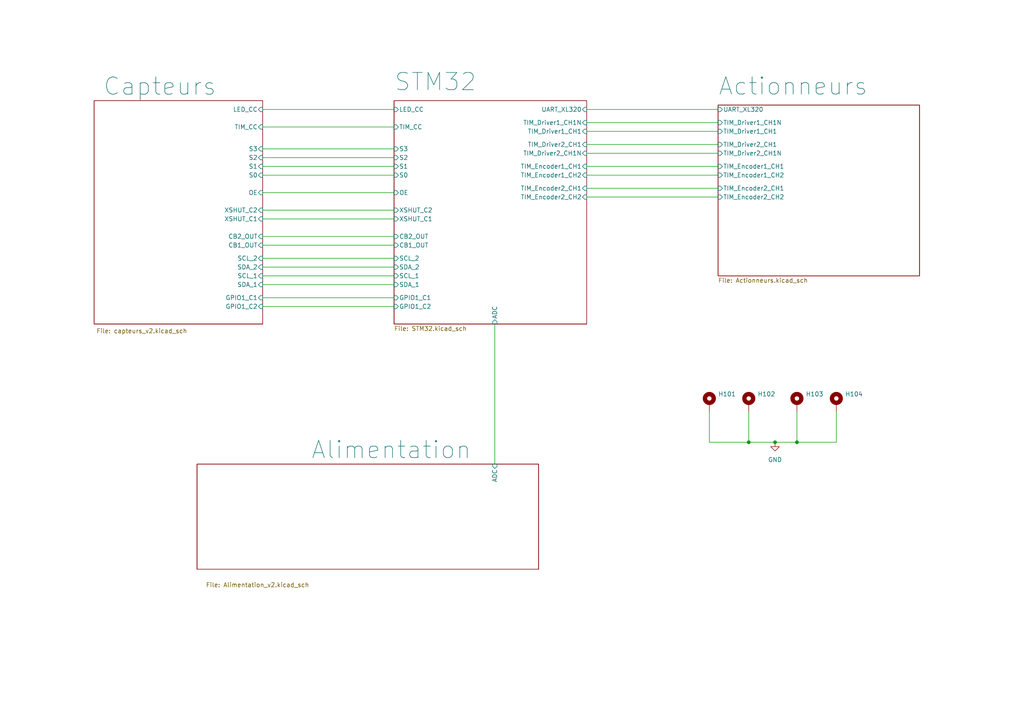
<source format=kicad_sch>
(kicad_sch (version 20211123) (generator eeschema)

  (uuid 0bb0216c-212e-49c4-bd5a-04e60c7e2d64)

  (paper "A4")

  (title_block
    (title "Schéma projet Robot")
    (date "2022-10-04")
    (rev "Version 1.1")
    (comment 1 "Chelsea COMLAN")
    (comment 2 "Alix HAVRET")
    (comment 3 "Loïcia KOEHL")
    (comment 4 "Quentin SIMON")
  )

  (lib_symbols
    (symbol "Mechanical:MountingHole_Pad" (pin_numbers hide) (pin_names (offset 1.016) hide) (in_bom yes) (on_board yes)
      (property "Reference" "H" (id 0) (at 0 6.35 0)
        (effects (font (size 1.27 1.27)))
      )
      (property "Value" "MountingHole_Pad" (id 1) (at 0 4.445 0)
        (effects (font (size 1.27 1.27)))
      )
      (property "Footprint" "" (id 2) (at 0 0 0)
        (effects (font (size 1.27 1.27)) hide)
      )
      (property "Datasheet" "~" (id 3) (at 0 0 0)
        (effects (font (size 1.27 1.27)) hide)
      )
      (property "ki_keywords" "mounting hole" (id 4) (at 0 0 0)
        (effects (font (size 1.27 1.27)) hide)
      )
      (property "ki_description" "Mounting Hole with connection" (id 5) (at 0 0 0)
        (effects (font (size 1.27 1.27)) hide)
      )
      (property "ki_fp_filters" "MountingHole*Pad*" (id 6) (at 0 0 0)
        (effects (font (size 1.27 1.27)) hide)
      )
      (symbol "MountingHole_Pad_0_1"
        (circle (center 0 1.27) (radius 1.27)
          (stroke (width 1.27) (type default) (color 0 0 0 0))
          (fill (type none))
        )
      )
      (symbol "MountingHole_Pad_1_1"
        (pin input line (at 0 -2.54 90) (length 2.54)
          (name "1" (effects (font (size 1.27 1.27))))
          (number "1" (effects (font (size 1.27 1.27))))
        )
      )
    )
    (symbol "power:GND" (power) (pin_names (offset 0)) (in_bom yes) (on_board yes)
      (property "Reference" "#PWR" (id 0) (at 0 -6.35 0)
        (effects (font (size 1.27 1.27)) hide)
      )
      (property "Value" "GND" (id 1) (at 0 -3.81 0)
        (effects (font (size 1.27 1.27)))
      )
      (property "Footprint" "" (id 2) (at 0 0 0)
        (effects (font (size 1.27 1.27)) hide)
      )
      (property "Datasheet" "" (id 3) (at 0 0 0)
        (effects (font (size 1.27 1.27)) hide)
      )
      (property "ki_keywords" "power-flag" (id 4) (at 0 0 0)
        (effects (font (size 1.27 1.27)) hide)
      )
      (property "ki_description" "Power symbol creates a global label with name \"GND\" , ground" (id 5) (at 0 0 0)
        (effects (font (size 1.27 1.27)) hide)
      )
      (symbol "GND_0_1"
        (polyline
          (pts
            (xy 0 0)
            (xy 0 -1.27)
            (xy 1.27 -1.27)
            (xy 0 -2.54)
            (xy -1.27 -1.27)
            (xy 0 -1.27)
          )
          (stroke (width 0) (type default) (color 0 0 0 0))
          (fill (type none))
        )
      )
      (symbol "GND_1_1"
        (pin power_in line (at 0 0 270) (length 0) hide
          (name "GND" (effects (font (size 1.27 1.27))))
          (number "1" (effects (font (size 1.27 1.27))))
        )
      )
    )
  )

  (junction (at 224.79 128.27) (diameter 0) (color 0 0 0 0)
    (uuid 0dbce47c-ccc6-4a70-b182-ced37c0cb53b)
  )
  (junction (at 231.14 128.27) (diameter 0) (color 0 0 0 0)
    (uuid 667066ab-dd56-4afd-ab22-1dd2648b92b0)
  )
  (junction (at 217.17 128.27) (diameter 0) (color 0 0 0 0)
    (uuid 69d260f1-2619-4dc7-8c22-a62990a63082)
  )

  (wire (pts (xy 217.17 128.27) (xy 224.79 128.27))
    (stroke (width 0) (type default) (color 0 0 0 0))
    (uuid 021f0f70-5e2b-43c7-b2c2-b838c96fb98d)
  )
  (wire (pts (xy 170.18 38.1) (xy 208.28 38.1))
    (stroke (width 0) (type default) (color 0 0 0 0))
    (uuid 042f8d3d-81f2-4b37-90fe-a2ac4446be6d)
  )
  (wire (pts (xy 76.2 45.72) (xy 114.3 45.72))
    (stroke (width 0) (type default) (color 0 0 0 0))
    (uuid 0ba3651e-8fe7-43d9-b375-cc3945fe3b44)
  )
  (wire (pts (xy 76.2 82.55) (xy 114.3 82.55))
    (stroke (width 0) (type default) (color 0 0 0 0))
    (uuid 14f32e6c-4468-437c-b01a-c98ffcbe9944)
  )
  (wire (pts (xy 170.18 35.56) (xy 208.28 35.56))
    (stroke (width 0) (type default) (color 0 0 0 0))
    (uuid 177e0c77-e860-4297-91cf-86cb3995ff7c)
  )
  (wire (pts (xy 76.2 63.5) (xy 114.3 63.5))
    (stroke (width 0) (type default) (color 0 0 0 0))
    (uuid 198fc85d-42e2-4b89-9590-f2b5af3ac7e1)
  )
  (wire (pts (xy 76.2 50.8) (xy 114.3 50.8))
    (stroke (width 0) (type default) (color 0 0 0 0))
    (uuid 22d28809-f178-4e42-a7c1-94c54e4a490b)
  )
  (wire (pts (xy 76.2 60.96) (xy 114.3 60.96))
    (stroke (width 0) (type default) (color 0 0 0 0))
    (uuid 2f2a3f3c-f51b-418b-8e9d-37cb48052afc)
  )
  (wire (pts (xy 217.17 119.38) (xy 217.17 128.27))
    (stroke (width 0) (type default) (color 0 0 0 0))
    (uuid 35359446-dbb7-4535-b9c4-2765574f7ec6)
  )
  (wire (pts (xy 224.79 128.27) (xy 231.14 128.27))
    (stroke (width 0) (type default) (color 0 0 0 0))
    (uuid 36055eec-6258-4807-86d7-b1bfb87f95bb)
  )
  (wire (pts (xy 170.18 44.45) (xy 208.28 44.45))
    (stroke (width 0) (type default) (color 0 0 0 0))
    (uuid 51a42ed2-44f6-4635-95f3-40fa45dd17c9)
  )
  (wire (pts (xy 170.18 41.91) (xy 208.28 41.91))
    (stroke (width 0) (type default) (color 0 0 0 0))
    (uuid 52ae74e4-4af5-4d98-a97c-668872d5eb5f)
  )
  (wire (pts (xy 170.18 54.61) (xy 208.28 54.61))
    (stroke (width 0) (type default) (color 0 0 0 0))
    (uuid 64bd6848-d50b-48d9-a726-35ae019ec41e)
  )
  (wire (pts (xy 76.2 74.93) (xy 114.3 74.93))
    (stroke (width 0) (type default) (color 0 0 0 0))
    (uuid 683502b7-d184-487e-8899-76dea90b5cb8)
  )
  (wire (pts (xy 170.18 50.8) (xy 208.28 50.8))
    (stroke (width 0) (type default) (color 0 0 0 0))
    (uuid 72de7bf5-8d12-4ab4-b135-62a55d5cddee)
  )
  (wire (pts (xy 231.14 128.27) (xy 242.57 128.27))
    (stroke (width 0) (type default) (color 0 0 0 0))
    (uuid 736db00e-c8c8-443b-a2b3-36874875a486)
  )
  (wire (pts (xy 231.14 128.27) (xy 231.14 119.38))
    (stroke (width 0) (type default) (color 0 0 0 0))
    (uuid 7bd44d5a-b83a-4ce5-a013-c49c40df0a62)
  )
  (wire (pts (xy 170.18 31.75) (xy 208.28 31.75))
    (stroke (width 0) (type default) (color 0 0 0 0))
    (uuid 84d3b313-2430-4681-8d2a-1482cdc535b5)
  )
  (wire (pts (xy 76.2 86.36) (xy 114.3 86.36))
    (stroke (width 0) (type default) (color 0 0 0 0))
    (uuid 86fe52a8-b920-4eea-9587-5e202f1a5adf)
  )
  (wire (pts (xy 170.18 57.15) (xy 208.28 57.15))
    (stroke (width 0) (type default) (color 0 0 0 0))
    (uuid 8e1b8073-20de-4f84-9665-7fad1abb5f6c)
  )
  (wire (pts (xy 76.2 55.88) (xy 114.3 55.88))
    (stroke (width 0) (type default) (color 0 0 0 0))
    (uuid 9040e12d-6438-42ce-8e9d-00fb0d5fc88d)
  )
  (wire (pts (xy 76.2 71.12) (xy 114.3 71.12))
    (stroke (width 0) (type default) (color 0 0 0 0))
    (uuid 923d6384-55a8-41db-9723-e369e9f93ad6)
  )
  (wire (pts (xy 76.2 68.58) (xy 114.3 68.58))
    (stroke (width 0) (type default) (color 0 0 0 0))
    (uuid 93ca62ff-9f93-41d2-a320-54c9645dcd61)
  )
  (wire (pts (xy 76.2 48.26) (xy 114.3 48.26))
    (stroke (width 0) (type default) (color 0 0 0 0))
    (uuid b445341b-5c1c-40a6-be4d-e590e017c7df)
  )
  (wire (pts (xy 205.74 128.27) (xy 217.17 128.27))
    (stroke (width 0) (type default) (color 0 0 0 0))
    (uuid bf1a2a7a-1603-4ab4-8249-2e94b2f51bac)
  )
  (wire (pts (xy 76.2 88.9) (xy 114.3 88.9))
    (stroke (width 0) (type default) (color 0 0 0 0))
    (uuid c518f6a5-83e4-45d7-baf4-a335cf90d737)
  )
  (wire (pts (xy 76.2 77.47) (xy 114.3 77.47))
    (stroke (width 0) (type default) (color 0 0 0 0))
    (uuid c8fe93d8-53e8-4fde-bc8f-4e202f099df4)
  )
  (wire (pts (xy 143.51 93.98) (xy 143.51 134.62))
    (stroke (width 0) (type default) (color 0 0 0 0))
    (uuid c9372443-8534-444b-89a6-c3bd1f910b4e)
  )
  (wire (pts (xy 76.2 80.01) (xy 114.3 80.01))
    (stroke (width 0) (type default) (color 0 0 0 0))
    (uuid dcdcd25c-7792-4abf-9a40-5d8d642afbb9)
  )
  (wire (pts (xy 76.2 36.83) (xy 114.3 36.83))
    (stroke (width 0) (type default) (color 0 0 0 0))
    (uuid dfcee1ab-cd4a-4e67-bb5e-9fa1f76982e3)
  )
  (wire (pts (xy 242.57 128.27) (xy 242.57 119.38))
    (stroke (width 0) (type default) (color 0 0 0 0))
    (uuid e164d221-bd3a-4320-859e-975f29f7f70b)
  )
  (wire (pts (xy 205.74 119.38) (xy 205.74 128.27))
    (stroke (width 0) (type default) (color 0 0 0 0))
    (uuid f075c8e3-165f-4d1d-b7bd-3a42ac2f2df8)
  )
  (wire (pts (xy 170.18 48.26) (xy 208.28 48.26))
    (stroke (width 0) (type default) (color 0 0 0 0))
    (uuid f4ccf6df-5b99-4300-ac81-c26ca25bac32)
  )
  (wire (pts (xy 76.2 43.18) (xy 114.3 43.18))
    (stroke (width 0) (type default) (color 0 0 0 0))
    (uuid f5c6f437-659a-4aad-bca6-2834f749af72)
  )
  (wire (pts (xy 76.2 31.75) (xy 114.3 31.75))
    (stroke (width 0) (type default) (color 0 0 0 0))
    (uuid fed69dff-493f-41f2-99d0-b97932c45383)
  )

  (symbol (lib_id "Mechanical:MountingHole_Pad") (at 231.14 116.84 0) (unit 1)
    (in_bom yes) (on_board yes)
    (uuid 25b6d73b-440d-422a-b38b-dc4240ba1353)
    (property "Reference" "H103" (id 0) (at 233.68 114.2999 0)
      (effects (font (size 1.27 1.27)) (justify left))
    )
    (property "Value" "MountingHole_Pad" (id 1) (at 233.68 116.84 0)
      (effects (font (size 1.27 1.27)) (justify left) hide)
    )
    (property "Footprint" "MountingHole:MountingHole_3.2mm_M3_Pad_Via" (id 2) (at 231.14 116.84 0)
      (effects (font (size 1.27 1.27)) hide)
    )
    (property "Datasheet" "~" (id 3) (at 231.14 116.84 0)
      (effects (font (size 1.27 1.27)) hide)
    )
    (pin "1" (uuid af4de8cc-e787-44db-8ce1-32976e17e867))
  )

  (symbol (lib_id "Mechanical:MountingHole_Pad") (at 205.74 116.84 0) (unit 1)
    (in_bom yes) (on_board yes) (fields_autoplaced)
    (uuid 2deb052a-c963-49b6-bfe3-dcd5de1eca5e)
    (property "Reference" "H101" (id 0) (at 208.28 114.2999 0)
      (effects (font (size 1.27 1.27)) (justify left))
    )
    (property "Value" "MountingHole_Pad" (id 1) (at 208.28 116.8399 0)
      (effects (font (size 1.27 1.27)) (justify left) hide)
    )
    (property "Footprint" "MountingHole:MountingHole_3.2mm_M3_Pad_Via" (id 2) (at 205.74 116.84 0)
      (effects (font (size 1.27 1.27)) hide)
    )
    (property "Datasheet" "~" (id 3) (at 205.74 116.84 0)
      (effects (font (size 1.27 1.27)) hide)
    )
    (pin "1" (uuid 0dcf55a9-6830-45da-8435-1d9a94759f22))
  )

  (symbol (lib_id "Mechanical:MountingHole_Pad") (at 217.17 116.84 0) (unit 1)
    (in_bom yes) (on_board yes) (fields_autoplaced)
    (uuid 46510c3a-9ed7-4a8c-a08a-9b9e278445e0)
    (property "Reference" "H102" (id 0) (at 219.71 114.2999 0)
      (effects (font (size 1.27 1.27)) (justify left))
    )
    (property "Value" "MountingHole_Pad" (id 1) (at 219.71 116.8399 0)
      (effects (font (size 1.27 1.27)) (justify left) hide)
    )
    (property "Footprint" "MountingHole:MountingHole_3.2mm_M3_Pad_Via" (id 2) (at 217.17 116.84 0)
      (effects (font (size 1.27 1.27)) hide)
    )
    (property "Datasheet" "~" (id 3) (at 217.17 116.84 0)
      (effects (font (size 1.27 1.27)) hide)
    )
    (pin "1" (uuid 3997a982-331e-47cf-96c7-454837d060c7))
  )

  (symbol (lib_id "power:GND") (at 224.79 128.27 0) (unit 1)
    (in_bom yes) (on_board yes) (fields_autoplaced)
    (uuid dba82e45-e286-41c9-a0b9-3946c1a275e2)
    (property "Reference" "#PWR0101" (id 0) (at 224.79 134.62 0)
      (effects (font (size 1.27 1.27)) hide)
    )
    (property "Value" "GND" (id 1) (at 224.79 133.35 0))
    (property "Footprint" "" (id 2) (at 224.79 128.27 0)
      (effects (font (size 1.27 1.27)) hide)
    )
    (property "Datasheet" "" (id 3) (at 224.79 128.27 0)
      (effects (font (size 1.27 1.27)) hide)
    )
    (pin "1" (uuid b16907ae-c1af-4f92-ba04-e675781e9ac0))
  )

  (symbol (lib_id "Mechanical:MountingHole_Pad") (at 242.57 116.84 0) (unit 1)
    (in_bom yes) (on_board yes) (fields_autoplaced)
    (uuid eaeb5c25-3398-45ac-9652-143205e143f2)
    (property "Reference" "H104" (id 0) (at 245.11 114.2999 0)
      (effects (font (size 1.27 1.27)) (justify left))
    )
    (property "Value" "MountingHole_Pad" (id 1) (at 245.11 116.8399 0)
      (effects (font (size 1.27 1.27)) (justify left) hide)
    )
    (property "Footprint" "MountingHole:MountingHole_3.2mm_M3_Pad_Via" (id 2) (at 242.57 116.84 0)
      (effects (font (size 1.27 1.27)) hide)
    )
    (property "Datasheet" "~" (id 3) (at 242.57 116.84 0)
      (effects (font (size 1.27 1.27)) hide)
    )
    (pin "1" (uuid 2d61c9f3-2f19-45a1-94a6-f78f01172b54))
  )

  (sheet (at 27.305 29.21) (size 48.895 64.77)
    (stroke (width 0.1524) (type solid) (color 0 0 0 0))
    (fill (color 0 0 0 0.0000))
    (uuid 198bc615-46ce-45c0-92d6-40babd4f8d03)
    (property "Sheet name" "Capteurs" (id 0) (at 29.845 27.94 0)
      (effects (font (size 5 5)) (justify left bottom))
    )
    (property "Sheet file" "capteurs_v2.kicad_sch" (id 1) (at 27.94 95.25 0)
      (effects (font (size 1.27 1.27)) (justify left top))
    )
    (pin "GPIO1_C2" input (at 76.2 88.9 0)
      (effects (font (size 1.27 1.27)) (justify right))
      (uuid c1434fec-cf74-49e9-9f4a-e6b8c0843656)
    )
    (pin "GPIO1_C1" input (at 76.2 86.36 0)
      (effects (font (size 1.27 1.27)) (justify right))
      (uuid 57028b76-69de-448d-8b4d-d83442af950e)
    )
    (pin "SDA_2" input (at 76.2 77.47 0)
      (effects (font (size 1.27 1.27)) (justify right))
      (uuid de591873-4589-4f4b-87e1-7f23bcbf82ef)
    )
    (pin "SCL_2" input (at 76.2 74.93 0)
      (effects (font (size 1.27 1.27)) (justify right))
      (uuid 0be3be53-557b-4a7b-aa06-968409546b54)
    )
    (pin "SCL_1" input (at 76.2 80.01 0)
      (effects (font (size 1.27 1.27)) (justify right))
      (uuid e6faa5ce-667f-419f-a48f-febfaf5b300a)
    )
    (pin "SDA_1" input (at 76.2 82.55 0)
      (effects (font (size 1.27 1.27)) (justify right))
      (uuid 890dd608-9a71-440f-b3a8-c59e5f2360d4)
    )
    (pin "CB1_OUT" input (at 76.2 71.12 0)
      (effects (font (size 1.27 1.27)) (justify right))
      (uuid d8d0012f-8404-487f-81d7-2e0d89aabd3a)
    )
    (pin "CB2_OUT" input (at 76.2 68.58 0)
      (effects (font (size 1.27 1.27)) (justify right))
      (uuid 0bc306ad-8bc7-4810-b026-98ec57815658)
    )
    (pin "XSHUT_C1" input (at 76.2 63.5 0)
      (effects (font (size 1.27 1.27)) (justify right))
      (uuid 4aae84f2-8a52-46f7-955e-657af7ca6466)
    )
    (pin "XSHUT_C2" input (at 76.2 60.96 0)
      (effects (font (size 1.27 1.27)) (justify right))
      (uuid 9532bb39-3399-4191-9e06-ccfae2e70af7)
    )
    (pin "OE" input (at 76.2 55.88 0)
      (effects (font (size 1.27 1.27)) (justify right))
      (uuid c8895726-4406-48ce-a4f3-d9b65aff1723)
    )
    (pin "S3" input (at 76.2 43.18 0)
      (effects (font (size 1.27 1.27)) (justify right))
      (uuid 27d2618c-f9bd-4e1a-92ee-89d65d756598)
    )
    (pin "S1" input (at 76.2 48.26 0)
      (effects (font (size 1.27 1.27)) (justify right))
      (uuid 45d12ab3-a387-4925-a6a0-f2c5d363007f)
    )
    (pin "S2" input (at 76.2 45.72 0)
      (effects (font (size 1.27 1.27)) (justify right))
      (uuid 723138b7-b1f8-460a-9a31-01b95057bb88)
    )
    (pin "S0" input (at 76.2 50.8 0)
      (effects (font (size 1.27 1.27)) (justify right))
      (uuid 03ec0392-4e39-42fa-a651-c4413a3df2b2)
    )
    (pin "TIM_CC" input (at 76.2 36.83 0)
      (effects (font (size 1.27 1.27)) (justify right))
      (uuid e25b78db-cdd4-4215-bdce-57d8c17518e4)
    )
    (pin "LED_CC" input (at 76.2 31.75 0)
      (effects (font (size 1.27 1.27)) (justify right))
      (uuid 11013ccb-59c8-4f05-a2b2-bf814421a847)
    )
  )

  (sheet (at 57.15 134.62) (size 99.06 30.48)
    (stroke (width 0.1524) (type solid) (color 0 0 0 0))
    (fill (color 0 0 0 0.0000))
    (uuid 24f7c972-c814-4bcd-89b7-06043db0f88d)
    (property "Sheet name" "Alimentation" (id 0) (at 90.17 133.35 0)
      (effects (font (size 5 5)) (justify left bottom))
    )
    (property "Sheet file" "Alimentation_v2.kicad_sch" (id 1) (at 59.69 168.91 0)
      (effects (font (size 1.27 1.27)) (justify left top))
    )
    (pin "ADC" input (at 143.51 134.62 90)
      (effects (font (size 1.27 1.27)) (justify right))
      (uuid 42203b6c-96b8-4e3b-be0d-dc22bc335d4c)
    )
  )

  (sheet (at 208.28 30.48) (size 58.42 49.53) (fields_autoplaced)
    (stroke (width 0.1524) (type solid) (color 0 0 0 0))
    (fill (color 0 0 0 0.0000))
    (uuid 65ef4496-5dfa-44df-8ccc-4bab8bab535b)
    (property "Sheet name" "Actionneurs" (id 0) (at 208.28 27.9034 0)
      (effects (font (size 5 5)) (justify left bottom))
    )
    (property "Sheet file" "Actionneurs.kicad_sch" (id 1) (at 208.28 80.5946 0)
      (effects (font (size 1.27 1.27)) (justify left top))
    )
    (pin "TIM_Encoder1_CH2" input (at 208.28 50.8 180)
      (effects (font (size 1.27 1.27)) (justify left))
      (uuid f929ed15-44a4-4499-b7b4-e18e4d5c23f0)
    )
    (pin "TIM_Encoder1_CH1" input (at 208.28 48.26 180)
      (effects (font (size 1.27 1.27)) (justify left))
      (uuid 1bcd5bed-3ea6-47c6-88c1-a662247b670d)
    )
    (pin "TIM_Driver1_CH1" input (at 208.28 38.1 180)
      (effects (font (size 1.27 1.27)) (justify left))
      (uuid bf829364-811d-449d-877b-182106587f2a)
    )
    (pin "TIM_Driver1_CH1N" input (at 208.28 35.56 180)
      (effects (font (size 1.27 1.27)) (justify left))
      (uuid ddc77e7d-2a23-4bbb-a5f6-ece7dd3cff72)
    )
    (pin "TIM_Encoder2_CH2" input (at 208.28 57.15 180)
      (effects (font (size 1.27 1.27)) (justify left))
      (uuid c3102d59-7f88-4327-81ac-2f6ede855f78)
    )
    (pin "TIM_Encoder2_CH1" input (at 208.28 54.61 180)
      (effects (font (size 1.27 1.27)) (justify left))
      (uuid f431cfd9-1a3f-4e31-87eb-e5e94e32265b)
    )
    (pin "TIM_Driver2_CH1N" input (at 208.28 44.45 180)
      (effects (font (size 1.27 1.27)) (justify left))
      (uuid 0df39c75-c093-4591-b925-7999b172f55c)
    )
    (pin "TIM_Driver2_CH1" input (at 208.28 41.91 180)
      (effects (font (size 1.27 1.27)) (justify left))
      (uuid ba4dd979-6475-46e6-b8f0-6409275a6e68)
    )
    (pin "UART_XL320" input (at 208.28 31.75 180)
      (effects (font (size 1.27 1.27)) (justify left))
      (uuid 99f4e666-d672-4f0e-9960-d892014cb80b)
    )
  )

  (sheet (at 114.3 29.21) (size 55.88 64.77) (fields_autoplaced)
    (stroke (width 0.1524) (type solid) (color 0 0 0 0))
    (fill (color 0 0 0 0.0000))
    (uuid a99643bb-49f6-4462-a70c-54bf4b271d8b)
    (property "Sheet name" "STM32" (id 0) (at 114.3 26.6334 0)
      (effects (font (size 5 5)) (justify left bottom))
    )
    (property "Sheet file" "STM32.kicad_sch" (id 1) (at 114.3 94.5646 0)
      (effects (font (size 1.27 1.27)) (justify left top))
    )
    (pin "UART_XL320" input (at 170.18 31.75 0)
      (effects (font (size 1.27 1.27)) (justify right))
      (uuid cc63314a-a5e0-4813-b051-e193e30bce87)
    )
    (pin "TIM_Driver2_CH1N" input (at 170.18 44.45 0)
      (effects (font (size 1.27 1.27)) (justify right))
      (uuid f60cee59-b558-478b-88f9-ddedc6e0ea9b)
    )
    (pin "TIM_Driver1_CH1N" input (at 170.18 35.56 0)
      (effects (font (size 1.27 1.27)) (justify right))
      (uuid b09ccc18-5521-46a9-8f39-07d2e7b6147c)
    )
    (pin "TIM_Encoder2_CH2" input (at 170.18 57.15 0)
      (effects (font (size 1.27 1.27)) (justify right))
      (uuid c3f30fc9-e4a3-48a8-90f8-22935fa6b316)
    )
    (pin "TIM_Encoder2_CH1" input (at 170.18 54.61 0)
      (effects (font (size 1.27 1.27)) (justify right))
      (uuid b2807404-d92e-482d-80d7-645e88f84f94)
    )
    (pin "TIM_Driver2_CH1" input (at 170.18 41.91 0)
      (effects (font (size 1.27 1.27)) (justify right))
      (uuid 4c7bbbcb-3fb6-4d67-8efa-67afd6399d65)
    )
    (pin "TIM_Driver1_CH1" input (at 170.18 38.1 0)
      (effects (font (size 1.27 1.27)) (justify right))
      (uuid a667d00e-ef02-4413-a213-8a18ba89c3fc)
    )
    (pin "TIM_Encoder1_CH2" input (at 170.18 50.8 0)
      (effects (font (size 1.27 1.27)) (justify right))
      (uuid 8a539e01-8cd4-42b2-81f1-b8f062baf76f)
    )
    (pin "XSHUT_C1" input (at 114.3 63.5 180)
      (effects (font (size 1.27 1.27)) (justify left))
      (uuid a24dc8ed-442b-414b-90cd-64e5e5250289)
    )
    (pin "GPIO1_C1" input (at 114.3 86.36 180)
      (effects (font (size 1.27 1.27)) (justify left))
      (uuid b9c41d2a-7bda-4b23-82ec-1e5539b4f8c9)
    )
    (pin "SDA_2" input (at 114.3 77.47 180)
      (effects (font (size 1.27 1.27)) (justify left))
      (uuid ca957b37-e828-4655-ba70-5c05a7849d15)
    )
    (pin "SCL_2" input (at 114.3 74.93 180)
      (effects (font (size 1.27 1.27)) (justify left))
      (uuid 76197068-efdf-40a1-b386-8dc2c9b50940)
    )
    (pin "XSHUT_C2" input (at 114.3 60.96 180)
      (effects (font (size 1.27 1.27)) (justify left))
      (uuid 414e7d47-0848-40d6-8584-d0d0cfd58957)
    )
    (pin "LED_CC" input (at 114.3 31.75 180)
      (effects (font (size 1.27 1.27)) (justify left))
      (uuid 8ef59628-5c5e-4637-bed5-4eb684e88e9c)
    )
    (pin "OE" input (at 114.3 55.88 180)
      (effects (font (size 1.27 1.27)) (justify left))
      (uuid 348ede58-768d-4880-a788-bea4b6f7e763)
    )
    (pin "TIM_CC" input (at 114.3 36.83 180)
      (effects (font (size 1.27 1.27)) (justify left))
      (uuid dae6d760-6d1d-4947-8f4a-1e2d531ea79d)
    )
    (pin "S1" input (at 114.3 48.26 180)
      (effects (font (size 1.27 1.27)) (justify left))
      (uuid d5c4f27e-1d88-4da9-904b-42bd9b18f508)
    )
    (pin "S2" input (at 114.3 45.72 180)
      (effects (font (size 1.27 1.27)) (justify left))
      (uuid 4a244ce1-64fd-4658-a469-c6cd25d37ae8)
    )
    (pin "S3" input (at 114.3 43.18 180)
      (effects (font (size 1.27 1.27)) (justify left))
      (uuid 5bf90807-5d0a-481b-bfbd-306408589c66)
    )
    (pin "S0" input (at 114.3 50.8 180)
      (effects (font (size 1.27 1.27)) (justify left))
      (uuid bb0f3f44-7c90-45c1-af21-69d69d2a586e)
    )
    (pin "GPIO1_C2" input (at 114.3 88.9 180)
      (effects (font (size 1.27 1.27)) (justify left))
      (uuid 3740b613-52f3-47c3-960a-1002e8f10aff)
    )
    (pin "SDA_1" input (at 114.3 82.55 180)
      (effects (font (size 1.27 1.27)) (justify left))
      (uuid 44fae06f-5e38-4fc1-85fa-6586834c447e)
    )
    (pin "TIM_Encoder1_CH1" input (at 170.18 48.26 0)
      (effects (font (size 1.27 1.27)) (justify right))
      (uuid b7482b5f-802b-455c-9c08-8f02b5e81d14)
    )
    (pin "SCL_1" input (at 114.3 80.01 180)
      (effects (font (size 1.27 1.27)) (justify left))
      (uuid 686e6b67-568e-4112-bec1-a4aa18bb6fb4)
    )
    (pin "CB2_OUT" input (at 114.3 68.58 180)
      (effects (font (size 1.27 1.27)) (justify left))
      (uuid 6cefa2bb-655b-441e-8c85-4bcc60a2cda2)
    )
    (pin "CB1_OUT" input (at 114.3 71.12 180)
      (effects (font (size 1.27 1.27)) (justify left))
      (uuid da690f08-7147-4c82-be71-e2726a17253c)
    )
    (pin "ADC" input (at 143.51 93.98 270)
      (effects (font (size 1.27 1.27)) (justify left))
      (uuid 248fcf11-85c8-4989-9553-68397988d3d6)
    )
  )

  (sheet_instances
    (path "/" (page "1"))
    (path "/a99643bb-49f6-4462-a70c-54bf4b271d8b" (page "2"))
    (path "/198bc615-46ce-45c0-92d6-40babd4f8d03" (page "4"))
    (path "/24f7c972-c814-4bcd-89b7-06043db0f88d" (page "5"))
    (path "/65ef4496-5dfa-44df-8ccc-4bab8bab535b" (page "6"))
  )

  (symbol_instances
    (path "/dba82e45-e286-41c9-a0b9-3946c1a275e2"
      (reference "#PWR0101") (unit 1) (value "GND") (footprint "")
    )
    (path "/24f7c972-c814-4bcd-89b7-06043db0f88d/be746241-9b15-484b-9ca9-09c43075d4ad"
      (reference "#PWR0102") (unit 1) (value "+3.3V") (footprint "")
    )
    (path "/a99643bb-49f6-4462-a70c-54bf4b271d8b/818a8e76-8fdd-4def-8be5-392ca4debf08"
      (reference "#PWR0201") (unit 1) (value "GND") (footprint "")
    )
    (path "/a99643bb-49f6-4462-a70c-54bf4b271d8b/cef3017a-d4fa-49b5-97ab-f56d74edb4ee"
      (reference "#PWR0202") (unit 1) (value "GND") (footprint "")
    )
    (path "/a99643bb-49f6-4462-a70c-54bf4b271d8b/45098dda-43af-4800-8858-3f77dd673647"
      (reference "#PWR0203") (unit 1) (value "GND") (footprint "")
    )
    (path "/a99643bb-49f6-4462-a70c-54bf4b271d8b/669ad9f1-c4e9-4fbc-a34d-9b384a39b93e"
      (reference "#PWR0204") (unit 1) (value "+3.3V") (footprint "")
    )
    (path "/a99643bb-49f6-4462-a70c-54bf4b271d8b/f8662c13-9ae2-4147-9231-907fe878070d"
      (reference "#PWR0205") (unit 1) (value "GND") (footprint "")
    )
    (path "/a99643bb-49f6-4462-a70c-54bf4b271d8b/3e98a747-906e-47a3-9db2-5cd6f6a52cae"
      (reference "#PWR0206") (unit 1) (value "+3.3V") (footprint "")
    )
    (path "/a99643bb-49f6-4462-a70c-54bf4b271d8b/64e033e0-a9f1-461d-98bf-05019643b820"
      (reference "#PWR0207") (unit 1) (value "GND") (footprint "")
    )
    (path "/a99643bb-49f6-4462-a70c-54bf4b271d8b/41727f3b-c7d5-4485-ba60-3f9c6c89c5c2"
      (reference "#PWR0208") (unit 1) (value "GND") (footprint "")
    )
    (path "/a99643bb-49f6-4462-a70c-54bf4b271d8b/461167f6-409b-4d5f-9d88-6921991beec7"
      (reference "#PWR0209") (unit 1) (value "GND") (footprint "")
    )
    (path "/a99643bb-49f6-4462-a70c-54bf4b271d8b/d3701ec5-09bb-48bc-8ba6-918c7ca91ac1"
      (reference "#PWR0210") (unit 1) (value "GND") (footprint "")
    )
    (path "/a99643bb-49f6-4462-a70c-54bf4b271d8b/bdc16ddd-489e-42e4-9e9a-380ee0f847ab"
      (reference "#PWR0211") (unit 1) (value "GND") (footprint "")
    )
    (path "/a99643bb-49f6-4462-a70c-54bf4b271d8b/7d4079c5-777b-4c87-beab-77c50510967c"
      (reference "#PWR0212") (unit 1) (value "GND") (footprint "")
    )
    (path "/198bc615-46ce-45c0-92d6-40babd4f8d03/e7b071ee-d86a-4c15-9744-8bc0e2cf9b65"
      (reference "#PWR0312") (unit 1) (value "GND") (footprint "")
    )
    (path "/198bc615-46ce-45c0-92d6-40babd4f8d03/e6436a87-6c8a-405a-94f4-6397ea022201"
      (reference "#PWR0313") (unit 1) (value "+5V") (footprint "")
    )
    (path "/198bc615-46ce-45c0-92d6-40babd4f8d03/e8da1875-2015-4089-af88-b9b3ebc8f4b3"
      (reference "#PWR0314") (unit 1) (value "+5V") (footprint "")
    )
    (path "/198bc615-46ce-45c0-92d6-40babd4f8d03/b2ed15d5-7fb4-4a22-875b-51dbe0f3dfed"
      (reference "#PWR0315") (unit 1) (value "GND") (footprint "")
    )
    (path "/198bc615-46ce-45c0-92d6-40babd4f8d03/876d2f50-a33b-4691-bbea-4ae99799d1fb"
      (reference "#PWR0316") (unit 1) (value "GND") (footprint "")
    )
    (path "/198bc615-46ce-45c0-92d6-40babd4f8d03/1a1a7b9f-6194-467c-a081-d9fd3e7d0270"
      (reference "#PWR0317") (unit 1) (value "+5V") (footprint "")
    )
    (path "/198bc615-46ce-45c0-92d6-40babd4f8d03/d7003b55-385d-4462-9c03-fd828d03c24a"
      (reference "#PWR0318") (unit 1) (value "GND") (footprint "")
    )
    (path "/198bc615-46ce-45c0-92d6-40babd4f8d03/845df0fb-18fd-4ed9-9be2-bed5af608264"
      (reference "#PWR0319") (unit 1) (value "+5V") (footprint "")
    )
    (path "/198bc615-46ce-45c0-92d6-40babd4f8d03/e94c5692-3e4e-4a70-94f2-a264fef51b5d"
      (reference "#PWR0320") (unit 1) (value "+5V") (footprint "")
    )
    (path "/198bc615-46ce-45c0-92d6-40babd4f8d03/d3568faa-e61c-4209-a634-a558765e032b"
      (reference "#PWR0321") (unit 1) (value "GND") (footprint "")
    )
    (path "/198bc615-46ce-45c0-92d6-40babd4f8d03/aa1617aa-c188-4657-b98c-09308bc9aac5"
      (reference "#PWR0322") (unit 1) (value "GND") (footprint "")
    )
    (path "/198bc615-46ce-45c0-92d6-40babd4f8d03/d9afc21b-140c-48da-954f-7838291ac001"
      (reference "#PWR0323") (unit 1) (value "+5V") (footprint "")
    )
    (path "/24f7c972-c814-4bcd-89b7-06043db0f88d/f0b67b7f-5cf7-4a1f-9266-2d2954353955"
      (reference "#PWR0401") (unit 1) (value "GND") (footprint "")
    )
    (path "/24f7c972-c814-4bcd-89b7-06043db0f88d/55fed71a-91c0-41c7-99b8-931e68a2ac03"
      (reference "#PWR0402") (unit 1) (value "+BATT") (footprint "")
    )
    (path "/24f7c972-c814-4bcd-89b7-06043db0f88d/ee8d762c-8cc6-4a42-807c-4071a33ae684"
      (reference "#PWR0403") (unit 1) (value "+BATT") (footprint "")
    )
    (path "/24f7c972-c814-4bcd-89b7-06043db0f88d/c0c2d009-448e-4e63-b40f-0fa80c89d4eb"
      (reference "#PWR0404") (unit 1) (value "GND") (footprint "")
    )
    (path "/24f7c972-c814-4bcd-89b7-06043db0f88d/dfc75276-adac-4b27-9975-6b4b73547a97"
      (reference "#PWR0405") (unit 1) (value "+5V") (footprint "")
    )
    (path "/24f7c972-c814-4bcd-89b7-06043db0f88d/9b266739-e38e-401b-8db2-398b74a310d2"
      (reference "#PWR0406") (unit 1) (value "+3.3V") (footprint "")
    )
    (path "/24f7c972-c814-4bcd-89b7-06043db0f88d/7afd1d1a-72a7-4552-9a2d-0ec11152f443"
      (reference "#PWR0407") (unit 1) (value "GND") (footprint "")
    )
    (path "/24f7c972-c814-4bcd-89b7-06043db0f88d/baa49f16-265c-4f40-a439-0120ffb1592f"
      (reference "#PWR0408") (unit 1) (value "+5V") (footprint "")
    )
    (path "/24f7c972-c814-4bcd-89b7-06043db0f88d/592a410d-c273-451b-b6bb-876bd3cbe621"
      (reference "#PWR0409") (unit 1) (value "GND") (footprint "")
    )
    (path "/24f7c972-c814-4bcd-89b7-06043db0f88d/1b5ae000-b060-46fc-aa1b-92145a457d89"
      (reference "#PWR0411") (unit 1) (value "+BATT") (footprint "")
    )
    (path "/24f7c972-c814-4bcd-89b7-06043db0f88d/05e99795-8838-43bf-a2b2-557351cfd792"
      (reference "#PWR0412") (unit 1) (value "GND") (footprint "")
    )
    (path "/65ef4496-5dfa-44df-8ccc-4bab8bab535b/5c829397-e01d-4315-be59-3e5720127f22"
      (reference "#PWR0501") (unit 1) (value "+5V") (footprint "")
    )
    (path "/65ef4496-5dfa-44df-8ccc-4bab8bab535b/51872e88-c8da-40fa-8d96-1916c2208949"
      (reference "#PWR0502") (unit 1) (value "GND") (footprint "")
    )
    (path "/65ef4496-5dfa-44df-8ccc-4bab8bab535b/47121f70-4766-4e02-8a77-af1c0c205565"
      (reference "#PWR0503") (unit 1) (value "+BATT") (footprint "")
    )
    (path "/65ef4496-5dfa-44df-8ccc-4bab8bab535b/c4efa831-9060-432e-800e-0aeee682378f"
      (reference "#PWR0504") (unit 1) (value "GND") (footprint "")
    )
    (path "/65ef4496-5dfa-44df-8ccc-4bab8bab535b/3d7a3687-f448-4cc7-90ff-c879f4b7a5a8"
      (reference "#PWR0505") (unit 1) (value "GND") (footprint "")
    )
    (path "/65ef4496-5dfa-44df-8ccc-4bab8bab535b/7f851cb5-58b3-4509-aabb-07df7af3a67e"
      (reference "#PWR0506") (unit 1) (value "GND") (footprint "")
    )
    (path "/65ef4496-5dfa-44df-8ccc-4bab8bab535b/8b47ea79-6472-41ce-811d-a4ebedc9d46f"
      (reference "#PWR0507") (unit 1) (value "+5V") (footprint "")
    )
    (path "/65ef4496-5dfa-44df-8ccc-4bab8bab535b/c9a21eb0-7aab-4882-93b1-d3351d17f895"
      (reference "#PWR0508") (unit 1) (value "GND") (footprint "")
    )
    (path "/65ef4496-5dfa-44df-8ccc-4bab8bab535b/57e14098-a243-49af-85d5-20edf289fa35"
      (reference "#PWR0509") (unit 1) (value "+BATT") (footprint "")
    )
    (path "/65ef4496-5dfa-44df-8ccc-4bab8bab535b/f00dba82-86ac-4509-8b82-dba9b2a2bd7d"
      (reference "#PWR0510") (unit 1) (value "GND") (footprint "")
    )
    (path "/65ef4496-5dfa-44df-8ccc-4bab8bab535b/3ab6763c-4039-48a3-b528-66a3a0c5e73c"
      (reference "#PWR0511") (unit 1) (value "GND") (footprint "")
    )
    (path "/65ef4496-5dfa-44df-8ccc-4bab8bab535b/b08fab57-c9f0-41be-ade4-b7427af74344"
      (reference "#PWR0512") (unit 1) (value "GND") (footprint "")
    )
    (path "/65ef4496-5dfa-44df-8ccc-4bab8bab535b/1fc62ed9-906e-48d0-84d3-bf2cddbf3984"
      (reference "#PWR0513") (unit 1) (value "+BATT") (footprint "")
    )
    (path "/65ef4496-5dfa-44df-8ccc-4bab8bab535b/75deab84-2d82-4095-bf47-b94adce209aa"
      (reference "#PWR0514") (unit 1) (value "GND") (footprint "")
    )
    (path "/65ef4496-5dfa-44df-8ccc-4bab8bab535b/094d5afc-38d5-4bab-8967-ae8a25892967"
      (reference "#PWR0515") (unit 1) (value "+BATT") (footprint "")
    )
    (path "/65ef4496-5dfa-44df-8ccc-4bab8bab535b/ea11768f-834e-48d1-85c4-01ff3cbfde7c"
      (reference "#PWR0516") (unit 1) (value "GND") (footprint "")
    )
    (path "/a99643bb-49f6-4462-a70c-54bf4b271d8b/08562ce4-87d3-4c6b-ae9d-53f7ce565aab"
      (reference "C201") (unit 1) (value "100nF") (footprint "Capacitor_SMD:C_0603_1608Metric_Pad1.08x0.95mm_HandSolder")
    )
    (path "/a99643bb-49f6-4462-a70c-54bf4b271d8b/0432e4d6-ca60-40b2-8fed-c814f638765b"
      (reference "C202") (unit 1) (value "100nF") (footprint "Capacitor_SMD:C_0603_1608Metric_Pad1.08x0.95mm_HandSolder")
    )
    (path "/a99643bb-49f6-4462-a70c-54bf4b271d8b/fb539cd5-5db7-41f8-8005-fac7756e25c3"
      (reference "C203") (unit 1) (value "4.7uF") (footprint "Capacitor_SMD:C_0603_1608Metric_Pad1.08x0.95mm_HandSolder")
    )
    (path "/a99643bb-49f6-4462-a70c-54bf4b271d8b/c14bc93d-b43a-4df7-9061-16b019a590b0"
      (reference "C204") (unit 1) (value "100nF") (footprint "Capacitor_SMD:C_0603_1608Metric_Pad1.08x0.95mm_HandSolder")
    )
    (path "/a99643bb-49f6-4462-a70c-54bf4b271d8b/b3cbf2e9-89c2-4950-b33f-777f0e4b0615"
      (reference "C205") (unit 1) (value "10pF") (footprint "Capacitor_SMD:C_0603_1608Metric_Pad1.08x0.95mm_HandSolder")
    )
    (path "/a99643bb-49f6-4462-a70c-54bf4b271d8b/52661cfb-e9a2-4d63-be2b-56c39e4d76bf"
      (reference "C206") (unit 1) (value "10pF") (footprint "Capacitor_SMD:C_0603_1608Metric_Pad1.08x0.95mm_HandSolder")
    )
    (path "/24f7c972-c814-4bcd-89b7-06043db0f88d/481870f9-13da-40ab-b60e-8781b272fd3c"
      (reference "C501") (unit 1) (value "10uF") (footprint "Capacitor_SMD:C_0603_1608Metric_Pad1.08x0.95mm_HandSolder")
    )
    (path "/24f7c972-c814-4bcd-89b7-06043db0f88d/ac7366a2-ad1f-4264-afb1-b12b3c8f1580"
      (reference "C502") (unit 1) (value "22uF") (footprint "Capacitor_SMD:C_0603_1608Metric_Pad1.08x0.95mm_HandSolder")
    )
    (path "/24f7c972-c814-4bcd-89b7-06043db0f88d/780c9f08-639e-452a-8b5f-5ff8b7d070bc"
      (reference "C503") (unit 1) (value "1uF") (footprint "Capacitor_SMD:C_0603_1608Metric_Pad1.08x0.95mm_HandSolder")
    )
    (path "/24f7c972-c814-4bcd-89b7-06043db0f88d/17adca7f-12b8-4228-93c6-8e2bc66f85b6"
      (reference "C504") (unit 1) (value "1uF") (footprint "Capacitor_SMD:C_0603_1608Metric_Pad1.08x0.95mm_HandSolder")
    )
    (path "/65ef4496-5dfa-44df-8ccc-4bab8bab535b/74dde1d0-a8a6-4e7d-b4e4-87e4db0a116e"
      (reference "C505") (unit 1) (value "1uF") (footprint "Capacitor_SMD:C_0603_1608Metric_Pad1.08x0.95mm_HandSolder")
    )
    (path "/65ef4496-5dfa-44df-8ccc-4bab8bab535b/65f40150-4679-42c2-9308-ba73945fd6b8"
      (reference "C506") (unit 1) (value "10uF") (footprint "Capacitor_SMD:C_0603_1608Metric_Pad1.08x0.95mm_HandSolder")
    )
    (path "/65ef4496-5dfa-44df-8ccc-4bab8bab535b/50ac2287-9b65-4bca-b27d-2e01c9531fb7"
      (reference "C507") (unit 1) (value "1uF") (footprint "Capacitor_SMD:C_0603_1608Metric_Pad1.08x0.95mm_HandSolder")
    )
    (path "/65ef4496-5dfa-44df-8ccc-4bab8bab535b/c424dd37-bd23-4829-8802-4cb431aa30dd"
      (reference "C508") (unit 1) (value "10uF") (footprint "Capacitor_SMD:C_0603_1608Metric_Pad1.08x0.95mm_HandSolder")
    )
    (path "/65ef4496-5dfa-44df-8ccc-4bab8bab535b/531ee07d-e3ef-4522-8b75-b26aa7698e77"
      (reference "C509") (unit 1) (value "100uF") (footprint "Capacitor_THT:CP_Radial_D6.3mm_P2.50mm")
    )
    (path "/65ef4496-5dfa-44df-8ccc-4bab8bab535b/aa01b4ea-742f-49c6-be83-7d1324741bf5"
      (reference "C510") (unit 1) (value "100nF") (footprint "Capacitor_SMD:C_0603_1608Metric_Pad1.08x0.95mm_HandSolder")
    )
    (path "/65ef4496-5dfa-44df-8ccc-4bab8bab535b/a43daad2-fe2a-4dd9-af67-9f5bf92b6f9d"
      (reference "C511") (unit 1) (value "100uF") (footprint "Capacitor_THT:CP_Radial_D6.3mm_P2.50mm")
    )
    (path "/a99643bb-49f6-4462-a70c-54bf4b271d8b/dea06c3d-d367-45c7-9735-1486d2581c09"
      (reference "D201") (unit 1) (value "GREEN") (footprint "LED_SMD:LED_0603_1608Metric_Pad1.05x0.95mm_HandSolder")
    )
    (path "/a99643bb-49f6-4462-a70c-54bf4b271d8b/8d879a40-d299-40fd-87e4-37026c4d5701"
      (reference "D202") (unit 1) (value "RED") (footprint "LED_SMD:LED_0603_1608Metric_Pad1.05x0.95mm_HandSolder")
    )
    (path "/24f7c972-c814-4bcd-89b7-06043db0f88d/5576bf72-bee5-42a5-b48c-3544fa83f677"
      (reference "D501") (unit 1) (value "LED") (footprint "LED_SMD:LED_0603_1608Metric_Pad1.05x0.95mm_HandSolder")
    )
    (path "/2deb052a-c963-49b6-bfe3-dcd5de1eca5e"
      (reference "H101") (unit 1) (value "MountingHole_Pad") (footprint "MountingHole:MountingHole_3.2mm_M3_Pad_Via")
    )
    (path "/46510c3a-9ed7-4a8c-a08a-9b9e278445e0"
      (reference "H102") (unit 1) (value "MountingHole_Pad") (footprint "MountingHole:MountingHole_3.2mm_M3_Pad_Via")
    )
    (path "/25b6d73b-440d-422a-b38b-dc4240ba1353"
      (reference "H103") (unit 1) (value "MountingHole_Pad") (footprint "MountingHole:MountingHole_3.2mm_M3_Pad_Via")
    )
    (path "/eaeb5c25-3398-45ac-9652-143205e143f2"
      (reference "H104") (unit 1) (value "MountingHole_Pad") (footprint "MountingHole:MountingHole_3.2mm_M3_Pad_Via")
    )
    (path "/198bc615-46ce-45c0-92d6-40babd4f8d03/3ff01324-59a8-47f7-8a22-9861ba76fddb"
      (reference "J201") (unit 1) (value "JST_Bordure_1") (footprint "Connector_JST:JST_XH_B3B-XH-A_1x03_P2.50mm_Vertical")
    )
    (path "/198bc615-46ce-45c0-92d6-40babd4f8d03/fc50d939-08d1-45f4-91fe-0d8194f1829a"
      (reference "J202") (unit 1) (value "JST_TOF_1") (footprint "Connector_JST:JST_XH_B6B-XH-A_1x06_P2.50mm_Vertical")
    )
    (path "/198bc615-46ce-45c0-92d6-40babd4f8d03/f725cb1c-d7be-4874-88d4-5b1f45320fff"
      (reference "J203") (unit 1) (value "JST_TOF_2") (footprint "Connector_JST:JST_XH_B6B-XH-A_1x06_P2.50mm_Vertical")
    )
    (path "/198bc615-46ce-45c0-92d6-40babd4f8d03/15c2a788-86f9-41e6-927f-0ea04005bff0"
      (reference "J204") (unit 1) (value "JST_Bordure_2") (footprint "Connector_JST:JST_XH_B3B-XH-A_1x03_P2.50mm_Vertical")
    )
    (path "/198bc615-46ce-45c0-92d6-40babd4f8d03/a95b498e-65f7-49da-bafe-f10d803bd71e"
      (reference "J205") (unit 1) (value "JST_Couleur_1A") (footprint "Connector_JST:JST_XH_B6B-XH-A_1x06_P2.50mm_Vertical")
    )
    (path "/198bc615-46ce-45c0-92d6-40babd4f8d03/576ebc35-db23-41dc-9ded-5fa7ac3613f6"
      (reference "J206") (unit 1) (value "JST_Couleur_3V") (footprint "Connector_JST:JST_XH_B4B-XH-A_1x04_P2.50mm_Vertical")
    )
    (path "/198bc615-46ce-45c0-92d6-40babd4f8d03/2d9b734e-ca03-4266-afaf-c4defd37d608"
      (reference "J207") (unit 1) (value "JST_Couleur_1B") (footprint "Connector_JST:JST_XH_B3B-XH-A_1x03_P2.50mm_Vertical")
    )
    (path "/a99643bb-49f6-4462-a70c-54bf4b271d8b/56c4e08e-94ff-4199-bbdf-6adbe2acb5e3"
      (reference "J208") (unit 1) (value "Conn_02x07_Odd_Even") (footprint "Connector_PinHeader_1.27mm:PinHeader_2x07_P1.27mm_Vertical_SMD")
    )
    (path "/a99643bb-49f6-4462-a70c-54bf4b271d8b/d48d3641-4220-441e-886a-e4dd7e180b17"
      (reference "J209") (unit 1) (value "JST_SUPP") (footprint "Connector_PinHeader_2.54mm:PinHeader_1x06_P2.54mm_Vertical")
    )
    (path "/24f7c972-c814-4bcd-89b7-06043db0f88d/37cf0c73-047c-4a9e-a290-3a2535c79c1a"
      (reference "J501") (unit 1) (value "JST_switch") (footprint "Connector_JST:JST_XH_B2B-XH-A_1x02_P2.50mm_Vertical")
    )
    (path "/65ef4496-5dfa-44df-8ccc-4bab8bab535b/c31cf946-37bd-450c-8384-1090f611ede4"
      (reference "J502") (unit 1) (value "JST_driver1") (footprint "Connector_JST:JST_XH_B6B-XH-A_1x06_P2.50mm_Vertical")
    )
    (path "/65ef4496-5dfa-44df-8ccc-4bab8bab535b/7c839bf5-efb2-4730-8458-c6706f335aac"
      (reference "J503") (unit 1) (value "JST_driver2") (footprint "Connector_JST:JST_XH_B6B-XH-A_1x06_P2.50mm_Vertical")
    )
    (path "/65ef4496-5dfa-44df-8ccc-4bab8bab535b/45e799cd-86cd-4e9c-8c3a-f10a4a7a3c06"
      (reference "J504") (unit 1) (value "JST_servomoteur") (footprint "Connector_JST:JST_XH_B3B-XH-A_1x03_P2.50mm_Vertical")
    )
    (path "/a99643bb-49f6-4462-a70c-54bf4b271d8b/5c2f3a92-b39c-4c45-9700-7ef9f33218fd"
      (reference "JP201") (unit 1) (value "SolderJumper_2_Open") (footprint "Jumper:SolderJumper-2_P1.3mm_Open_TrianglePad1.0x1.5mm")
    )
    (path "/a99643bb-49f6-4462-a70c-54bf4b271d8b/5212d379-f011-43fa-8b06-180307cc6a9a"
      (reference "JP202") (unit 1) (value "SolderJumper_2_Open") (footprint "Jumper:SolderJumper-2_P1.3mm_Open_TrianglePad1.0x1.5mm")
    )
    (path "/65ef4496-5dfa-44df-8ccc-4bab8bab535b/ecb78698-cd30-41b9-bc03-19a1f431c90a"
      (reference "JP501") (unit 1) (value "SolderJumper_2_Open") (footprint "Jumper:SolderJumper-2_P1.3mm_Open_TrianglePad1.0x1.5mm")
    )
    (path "/65ef4496-5dfa-44df-8ccc-4bab8bab535b/300f2f55-8df4-405e-9032-9a4ffb7a3041"
      (reference "JP502") (unit 1) (value "SolderJumper_2_Open") (footprint "Jumper:SolderJumper-2_P1.3mm_Open_TrianglePad1.0x1.5mm")
    )
    (path "/65ef4496-5dfa-44df-8ccc-4bab8bab535b/272b8817-b600-4490-a471-9b4a70a96104"
      (reference "JP503") (unit 1) (value "SolderJumper_2_Open") (footprint "Jumper:SolderJumper-2_P1.3mm_Open_TrianglePad1.0x1.5mm")
    )
    (path "/65ef4496-5dfa-44df-8ccc-4bab8bab535b/32ac58a1-cb33-4f16-847a-ab44b35a5b77"
      (reference "JP504") (unit 1) (value "SolderJumper_2_Open") (footprint "Jumper:SolderJumper-2_P1.3mm_Open_TrianglePad1.0x1.5mm")
    )
    (path "/65ef4496-5dfa-44df-8ccc-4bab8bab535b/e0737c30-9d51-4d77-8d56-1e5045b5fe03"
      (reference "JP505") (unit 1) (value "SolderJumper_2_Open") (footprint "Jumper:SolderJumper-2_P1.3mm_Open_TrianglePad1.0x1.5mm")
    )
    (path "/65ef4496-5dfa-44df-8ccc-4bab8bab535b/48b0bd8d-03a9-4f80-9a5e-4beac8537d81"
      (reference "JP506") (unit 1) (value "SolderJumper_2_Open") (footprint "Jumper:SolderJumper-2_P1.3mm_Open_TrianglePad1.0x1.5mm")
    )
    (path "/65ef4496-5dfa-44df-8ccc-4bab8bab535b/f4eb81f0-4208-46dc-bf7b-d4bf29f96c22"
      (reference "JP507") (unit 1) (value "SolderJumper_2_Open") (footprint "Jumper:SolderJumper-2_P1.3mm_Open_TrianglePad1.0x1.5mm")
    )
    (path "/65ef4496-5dfa-44df-8ccc-4bab8bab535b/54e10b1d-b898-416b-9fff-ad86c32b3ea2"
      (reference "JP508") (unit 1) (value "SolderJumper_2_Open") (footprint "Jumper:SolderJumper-2_P1.3mm_Open_TrianglePad1.0x1.5mm")
    )
    (path "/65ef4496-5dfa-44df-8ccc-4bab8bab535b/9c1ac27f-0071-4eeb-8eb6-70c628834d68"
      (reference "JP509") (unit 1) (value "SolderJumper_2_Open") (footprint "Jumper:SolderJumper-2_P1.3mm_Open_TrianglePad1.0x1.5mm")
    )
    (path "/65ef4496-5dfa-44df-8ccc-4bab8bab535b/8ac17ccc-2362-476f-bdec-1721ef4732ed"
      (reference "JP510") (unit 1) (value "SolderJumper_2_Open") (footprint "Jumper:SolderJumper-2_P1.3mm_Open_TrianglePad1.0x1.5mm")
    )
    (path "/a99643bb-49f6-4462-a70c-54bf4b271d8b/932ac07e-6064-43a0-8e0f-753e4e0d4712"
      (reference "R201") (unit 1) (value "10R") (footprint "Resistor_SMD:R_0603_1608Metric_Pad0.98x0.95mm_HandSolder")
    )
    (path "/a99643bb-49f6-4462-a70c-54bf4b271d8b/0def138d-da8f-4ede-bf56-231378ec647c"
      (reference "R202") (unit 1) (value "1k") (footprint "Resistor_SMD:R_0603_1608Metric_Pad0.98x0.95mm_HandSolder")
    )
    (path "/a99643bb-49f6-4462-a70c-54bf4b271d8b/425da305-0c58-4a6e-9fdd-27ac1b714c23"
      (reference "R203") (unit 1) (value "1k") (footprint "Resistor_SMD:R_0603_1608Metric_Pad0.98x0.95mm_HandSolder")
    )
    (path "/198bc615-46ce-45c0-92d6-40babd4f8d03/f35e1b1c-4944-4558-bf35-bedd62540701"
      (reference "R301") (unit 1) (value "10k") (footprint "Resistor_SMD:R_0603_1608Metric_Pad0.98x0.95mm_HandSolder")
    )
    (path "/198bc615-46ce-45c0-92d6-40babd4f8d03/01d9cedc-eec4-438f-82a9-32c94b9e87ad"
      (reference "R302") (unit 1) (value "10k") (footprint "Resistor_SMD:R_0603_1608Metric_Pad0.98x0.95mm_HandSolder")
    )
    (path "/198bc615-46ce-45c0-92d6-40babd4f8d03/e1ed3837-9518-415c-9402-ee50ee5f96d3"
      (reference "R303") (unit 1) (value "NC") (footprint "Resistor_SMD:R_0603_1608Metric_Pad0.98x0.95mm_HandSolder")
    )
    (path "/198bc615-46ce-45c0-92d6-40babd4f8d03/834859be-1d22-4cfd-a0ab-4093db920c69"
      (reference "R304") (unit 1) (value "NC") (footprint "Resistor_SMD:R_0603_1608Metric_Pad0.98x0.95mm_HandSolder")
    )
    (path "/24f7c972-c814-4bcd-89b7-06043db0f88d/c59a7139-2c1d-4e2c-91d3-05a3827c0afd"
      (reference "R401") (unit 1) (value "100k") (footprint "Resistor_SMD:R_0603_1608Metric_Pad0.98x0.95mm_HandSolder")
    )
    (path "/24f7c972-c814-4bcd-89b7-06043db0f88d/bfc727fd-1d6e-42df-a34e-6b967a0571b9"
      (reference "R402") (unit 1) (value "62k") (footprint "Resistor_SMD:R_0603_1608Metric_Pad0.98x0.95mm_HandSolder")
    )
    (path "/24f7c972-c814-4bcd-89b7-06043db0f88d/dd3db02c-2f0c-4b82-943b-d35626977c94"
      (reference "R501") (unit 1) (value "1k") (footprint "Resistor_SMD:R_0603_1608Metric_Pad0.98x0.95mm_HandSolder")
    )
    (path "/24f7c972-c814-4bcd-89b7-06043db0f88d/56e31796-213f-4c2e-aeac-6b27a0669b5e"
      (reference "SW501") (unit 1) (value "SW_SPDT") (footprint "switch_robot:switch_pcb_robot")
    )
    (path "/a99643bb-49f6-4462-a70c-54bf4b271d8b/7ff4d870-e709-473c-8c30-286bff92b734"
      (reference "U201") (unit 1) (value "STM32G070RBT6") (footprint "Package_QFP:LQFP-64_10x10mm_P0.5mm")
    )
    (path "/24f7c972-c814-4bcd-89b7-06043db0f88d/26319b2e-5f5c-40dd-a6c8-eb62bf9244f7"
      (reference "U501") (unit 1) (value "AZ1117-5.0") (footprint "Package_TO_SOT_SMD:SOT-223-3_TabPin2")
    )
    (path "/24f7c972-c814-4bcd-89b7-06043db0f88d/f65f5cb0-be5b-41c9-ab5e-69b40000b5e3"
      (reference "U502") (unit 1) (value "MCP1802x-xx02xOT") (footprint "Package_TO_SOT_SMD:SOT-23-5")
    )
    (path "/65ef4496-5dfa-44df-8ccc-4bab8bab535b/64b34697-ca11-49b7-97f6-8533ccf58c0f"
      (reference "U503") (unit 1) (value "ZXBM5210-S") (footprint "Package_SO:SOIC-8_3.9x4.9mm_P1.27mm")
    )
    (path "/65ef4496-5dfa-44df-8ccc-4bab8bab535b/871d99b5-6b84-405d-ac37-cf271daaa3e2"
      (reference "U504") (unit 1) (value "ZXBM5210-S") (footprint "Package_SO:SOIC-8_3.9x4.9mm_P1.27mm")
    )
    (path "/a99643bb-49f6-4462-a70c-54bf4b271d8b/ffc70eea-d0a9-4aa0-8e67-04826b7d4bc9"
      (reference "Y201") (unit 1) (value "16MHz") (footprint "Crystal:Crystal_SMD_EuroQuartz_MT-4Pin_3.2x2.5mm")
    )
  )
)

</source>
